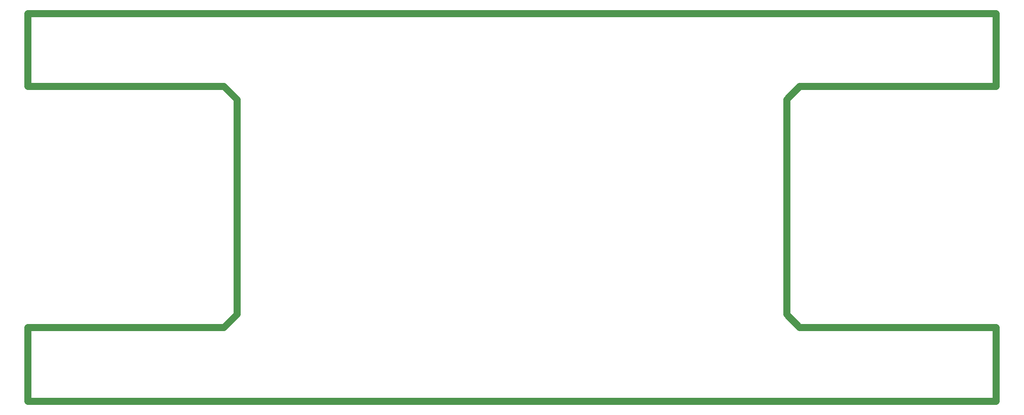
<source format=gko>
%FSLAX23Y23*%
%MOIN*%
%SFA1B1*%

%IPPOS*%
%ADD32C,0.047240*%
%LNbms_sub-1*%
%LPD*%
G54D32*
X6369Y2078D02*
Y2559D01*
X0D02*
X6369D01*
X0Y2078D02*
Y2559D01*
Y2078D02*
X1288D01*
X1375Y1992*
Y573D02*
Y1992D01*
X1288Y487D02*
X1375Y573D01*
X0Y487D02*
X1288D01*
X0Y0D02*
Y487D01*
Y0D02*
X6369D01*
Y487*
X5077D02*
X6369D01*
X4991Y573D02*
X5077Y487D01*
X4991Y573D02*
Y1992D01*
X5077Y2078*
X6369*
M02*
</source>
